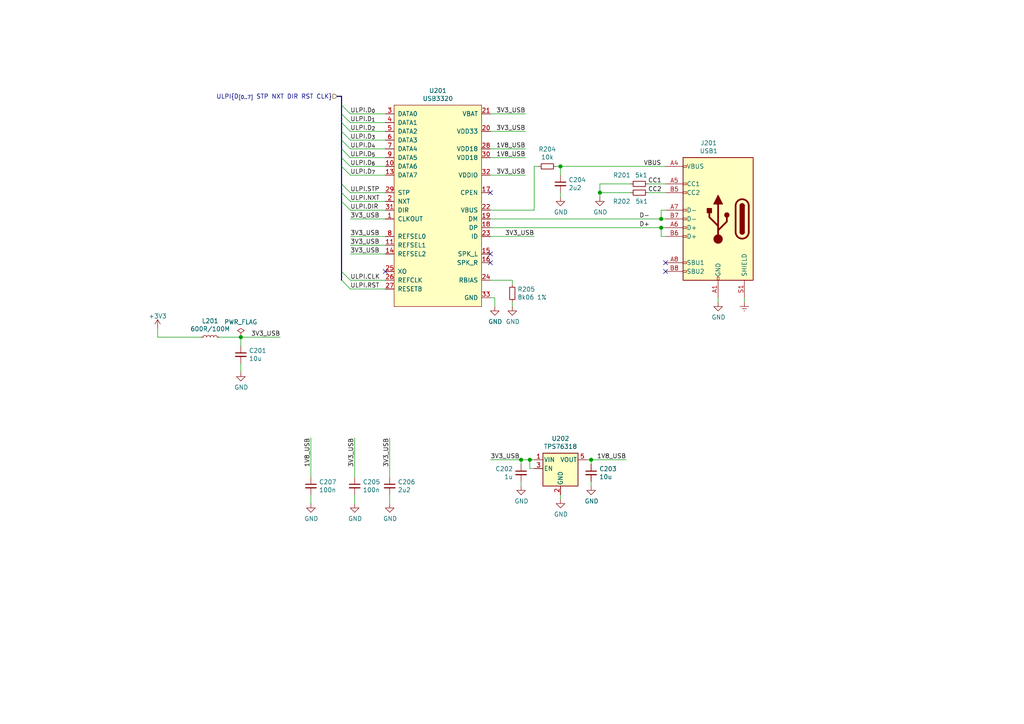
<source format=kicad_sch>
(kicad_sch (version 20211123) (generator eeschema)
  (paper "A4")
  (title_block (title "Mixer: FPGA board") (date "2021-03-28") (rev "1") (comment 1 "License: CC-BY-SA 4.0") (comment 2 "Author: Tobias Müller, twam.info"))
  (lib_symbols
    (symbol "Mainboard-rescue:C_Small-Device" (pin_numbers hide) (pin_names (offset 0.254) hide)
      (property "Reference" "C" (at 0.254 1.778 0))
      (property "Value" "C_Small-Device" (at 0.254 -2.032 0))
      (symbol "C_Small-Device_0_1"
        (polyline (pts (xy -1.524 -0.508) (xy 1.524 -0.508)) (stroke (width 0.3302)))
        (polyline (pts (xy -1.524 0.508) (xy 1.524 0.508)) (stroke (width 0.3048)))
      )
      (symbol "C_Small-Device_1_1"
        (pin passive line (at 0 2.54 270) (length 2.032) (name "~") (number "1"))
        (pin passive line (at 0 -2.54 90) (length 2.032) (name "~") (number "2"))
      )
    )
    (symbol "Mainboard-rescue:Earth-power" (power) (pin_names (offset 0))
      (symbol "Earth-power_0_1"
        (polyline (pts (xy -0.635 -1.905) (xy 0.635 -1.905)))
        (polyline (pts (xy -0.127 -2.54) (xy 0.127 -2.54)))
        (polyline (pts (xy 0 -1.27) (xy 0 0)))
        (polyline (pts (xy 1.27 -1.27) (xy -1.27 -1.27)))
      )
      (symbol "Earth-power_1_1"
        (pin power_in line (at 0 0 270) (length 0) hide (name "Earth") (number "1"))
      )
    )
    (symbol "Mainboard-rescue:GND-power" (power) (pin_names (offset 0))
      (property "Value" "GND-power" (at 0 -3.81 0))
      (symbol "GND-power_0_1"
        (polyline (pts (xy 0 0) (xy 0 -1.27) (xy 1.27 -1.27) (xy 0 -2.54) (xy -1.27 -1.27) (xy 0 -1.27)))
      )
      (symbol "GND-power_1_1"
        (pin power_in line (at 0 0 270) (length 0) hide (name "GND") (number "1"))
      )
    )
    (symbol "Mainboard-rescue:L_Small-Device" (pin_numbers hide) (pin_names (offset 0.254) hide)
      (property "Reference" "L" (at 0.762 1.016 0))
      (property "Value" "L_Small-Device" (at 0.762 -1.016 0))
      (symbol "L_Small-Device_0_1"
        (arc (start 0 -2.032) (mid 0.508 -1.524) (end 0 -1.016))
        (arc (start 0 -1.016) (mid 0.508 -0.508) (end 0 0))
        (arc (start 0 0) (mid 0.508 0.508) (end 0 1.016))
        (arc (start 0 1.016) (mid 0.508 1.524) (end 0 2.032))
      )
      (symbol "L_Small-Device_1_1"
        (pin passive line (at 0 2.54 270) (length 0.508) (name "~") (number "1"))
        (pin passive line (at 0 -2.54 90) (length 0.508) (name "~") (number "2"))
      )
    )
    (symbol "Mainboard-rescue:PWR_FLAG-power" (power) (pin_numbers hide) (pin_names (offset 0) hide)
      (property "Value" "PWR_FLAG-power" (at 0 3.81 0))
      (symbol "PWR_FLAG-power_0_0"
        (pin power_out line (at 0 0 90) (length 0) (name "pwr") (number "1"))
      )
      (symbol "PWR_FLAG-power_0_1"
        (polyline (pts (xy 0 0) (xy 0 1.27) (xy -1.016 1.905) (xy 0 2.54) (xy 1.016 1.905) (xy 0 1.27)))
      )
    )
    (symbol "Mainboard-rescue:R_Small-Device" (pin_numbers hide) (pin_names (offset 0.254) hide)
      (property "Reference" "R" (at 0.762 0.508 0))
      (property "Value" "R_Small-Device" (at 0.762 -1.016 0))
      (symbol "R_Small-Device_0_1"
        (rectangle (start -0.762 1.778) (end 0.762 -1.778) (stroke (width 0.2032)))
      )
      (symbol "R_Small-Device_1_1"
        (pin passive line (at 0 2.54 270) (length 0.762) (name "~") (number "1"))
        (pin passive line (at 0 -2.54 90) (length 0.762) (name "~") (number "2"))
      )
    )
    (symbol "Mainboard-rescue:TPS76318-Regulator_Linear" (pin_names (offset 0.254))
      (property "Reference" "U" (at -3.81 5.715 0))
      (property "Value" "TPS76318-Regulator_Linear" (at 0 5.715 0))
      (symbol "TPS76318-Regulator_Linear_0_1"
        (rectangle (start -5.08 4.445) (end 5.08 -5.08) (stroke (width 0.254)) (fill (type background)))
      )
      (symbol "TPS76318-Regulator_Linear_1_1"
        (pin power_in line (at -7.62 2.54 0) (length 2.54) (name "VIN") (number "1"))
        (pin power_in line (at 0 -7.62 90) (length 2.54) (name "GND") (number "2"))
        (pin input line (at -7.62 0 0) (length 2.54) (name "EN") (number "3"))
        (pin no_connect line (at 7.62 0 180) (length 2.54) hide (name "NC") (number "4"))
        (pin power_out line (at 7.62 2.54 180) (length 2.54) (name "VOUT") (number "5"))
      )
    )
    (symbol "Mainboard-rescue:USB3320-twam-Misc" (pin_names (offset 1.016))
      (property "Reference" "U" (at 0 31.75 0))
      (property "Value" "USB3320-twam-Misc" (at 0 -29.21 0))
      (symbol "USB3320-twam-Misc_0_1"
        (rectangle (start -12.7 30.48) (end 12.7 -27.94) (fill (type background)))
      )
      (symbol "USB3320-twam-Misc_1_1"
        (pin passive line (at -15.24 -2.54 0) (length 2.54) (name "CLKOUT") (number "1"))
        (pin bidirectional line (at -15.24 12.7 0) (length 2.54) (name "DATA6") (number "10"))
        (pin input line (at -15.24 -10.16 0) (length 2.54) (name "REFSEL1") (number "11"))
        (pin no_connect line (at -15.24 -25.4 0) (length 2.54) hide (name "~") (number "12"))
        (pin bidirectional line (at -15.24 10.16 0) (length 2.54) (name "DATA7") (number "13"))
        (pin input line (at -15.24 -12.7 0) (length 2.54) (name "REFSEL2") (number "14"))
        (pin bidirectional line (at 15.24 -12.7 180) (length 2.54) (name "SPK_L") (number "15"))
        (pin bidirectional line (at 15.24 -15.24 180) (length 2.54) (name "SPK_R") (number "16"))
        (pin output line (at 15.24 5.08 180) (length 2.54) (name "CPEN") (number "17"))
        (pin bidirectional line (at 15.24 -5.08 180) (length 2.54) (name "DP") (number "18"))
        (pin bidirectional line (at 15.24 -2.54 180) (length 2.54) (name "DM") (number "19"))
        (pin output line (at -15.24 2.54 0) (length 2.54) (name "NXT") (number "2"))
        (pin power_in line (at 15.24 22.86 180) (length 2.54) (name "VDD33") (number "20"))
        (pin power_in line (at 15.24 27.94 180) (length 2.54) (name "VBAT") (number "21"))
        (pin input line (at 15.24 0 180) (length 2.54) (name "VBUS") (number "22"))
        (pin input line (at 15.24 -7.62 180) (length 2.54) (name "ID") (number "23"))
        (pin passive line (at 15.24 -20.32 180) (length 2.54) (name "RBIAS") (number "24"))
        (pin output line (at -15.24 -17.78 0) (length 2.54) (name "XO") (number "25"))
        (pin input line (at -15.24 -20.32 0) (length 2.54) (name "REFCLK") (number "26"))
        (pin input line (at -15.24 -22.86 0) (length 2.54) (name "RESETB") (number "27"))
        (pin power_in line (at 15.24 17.78 180) (length 2.54) (name "VDD18") (number "28"))
        (pin input line (at -15.24 5.08 0) (length 2.54) (name "STP") (number "29"))
        (pin bidirectional line (at -15.24 27.94 0) (length 2.54) (name "DATA0") (number "3"))
        (pin power_in line (at 15.24 15.24 180) (length 2.54) (name "VDD18") (number "30"))
        (pin output line (at -15.24 0 0) (length 2.54) (name "DIR") (number "31"))
        (pin power_in line (at 15.24 10.16 180) (length 2.54) (name "VDDIO") (number "32"))
        (pin power_in line (at 15.24 -25.4 180) (length 2.54) (name "GND") (number "33"))
        (pin bidirectional line (at -15.24 25.4 0) (length 2.54) (name "DATA1") (number "4"))
        (pin bidirectional line (at -15.24 22.86 0) (length 2.54) (name "DATA2") (number "5"))
        (pin bidirectional line (at -15.24 20.32 0) (length 2.54) (name "DATA3") (number "6"))
        (pin bidirectional line (at -15.24 17.78 0) (length 2.54) (name "DATA4") (number "7"))
        (pin input line (at -15.24 -7.62 0) (length 2.54) (name "REFSEL0") (number "8"))
        (pin bidirectional line (at -15.24 15.24 0) (length 2.54) (name "DATA5") (number "9"))
      )
    )
    (symbol "Mainboard-rescue:USB_C_Receptacle_USB2.0-Connector" (pin_names (offset 1.016))
      (property "Reference" "J" (at -10.16 19.05 0))
      (property "Value" "USB_C_Receptacle_USB2.0-Connector" (at 19.05 19.05 0))
      (symbol "USB_C_Receptacle_USB2.0-Connector_0_0"
        (rectangle (start -0.254 -17.78) (end 0.254 -16.764))
        (rectangle (start 10.16 -14.986) (end 9.144 -15.494))
        (rectangle (start 10.16 -12.446) (end 9.144 -12.954))
        (rectangle (start 10.16 -4.826) (end 9.144 -5.334))
        (rectangle (start 10.16 -2.286) (end 9.144 -2.794))
        (rectangle (start 10.16 0.254) (end 9.144 -0.254))
        (rectangle (start 10.16 2.794) (end 9.144 2.286))
        (rectangle (start 10.16 7.874) (end 9.144 7.366))
        (rectangle (start 10.16 10.414) (end 9.144 9.906))
        (rectangle (start 10.16 15.494) (end 9.144 14.986))
      )
      (symbol "USB_C_Receptacle_USB2.0-Connector_0_1"
        (rectangle (start -10.16 17.78) (end 10.16 -17.78) (stroke (width 0.254)) (fill (type background)))
        (arc (start -8.89 -3.81) (mid -6.985 -5.715) (end -5.08 -3.81) (stroke (width 0.508)))
        (arc (start -7.62 -3.81) (mid -6.985 -4.445) (end -6.35 -3.81) (stroke (width 0.254)))
        (arc (start -7.62 -3.81) (mid -6.985 -4.445) (end -6.35 -3.81) (stroke (width 0.254)) (fill (type outline)))
        (rectangle (start -7.62 -3.81) (end -6.35 3.81) (stroke (width 0.254)) (fill (type outline)))
        (arc (start -6.35 3.81) (mid -6.985 4.445) (end -7.62 3.81) (stroke (width 0.254)))
        (arc (start -6.35 3.81) (mid -6.985 4.445) (end -7.62 3.81) (stroke (width 0.254)) (fill (type outline)))
        (arc (start -5.08 3.81) (mid -6.985 5.715) (end -8.89 3.81) (stroke (width 0.508)))
        (circle (center -2.54 1.143) (radius 0.635) (stroke (width 0.254)) (fill (type outline)))
        (circle (center 0 -5.842) (radius 1.27) (fill (type outline)))
        (polyline (pts (xy -8.89 -3.81) (xy -8.89 3.81)) (stroke (width 0.508)))
        (polyline (pts (xy -5.08 3.81) (xy -5.08 -3.81)) (stroke (width 0.508)))
        (polyline (pts (xy 0 -5.842) (xy 0 4.318)) (stroke (width 0.508)))
        (polyline (pts (xy 0 -3.302) (xy -2.54 -0.762) (xy -2.54 0.508)) (stroke (width 0.508)))
        (polyline (pts (xy 0 -2.032) (xy 2.54 0.508) (xy 2.54 1.778)) (stroke (width 0.508)))
        (polyline (pts (xy -1.27 4.318) (xy 0 6.858) (xy 1.27 4.318) (xy -1.27 4.318)) (stroke (width 0.254)) (fill (type outline)))
        (rectangle (start 1.905 1.778) (end 3.175 3.048) (stroke (width 0.254)) (fill (type outline)))
      )
      (symbol "USB_C_Receptacle_USB2.0-Connector_1_1"
        (pin passive line (at 0 -22.86 90) (length 5.08) (name "GND") (number "A1"))
        (pin passive line (at 0 -22.86 90) (length 5.08) hide (name "GND") (number "A12"))
        (pin passive line (at 15.24 15.24 180) (length 5.08) (name "VBUS") (number "A4"))
        (pin bidirectional line (at 15.24 10.16 180) (length 5.08) (name "CC1") (number "A5"))
        (pin bidirectional line (at 15.24 -2.54 180) (length 5.08) (name "D+") (number "A6"))
        (pin bidirectional line (at 15.24 2.54 180) (length 5.08) (name "D-") (number "A7"))
        (pin bidirectional line (at 15.24 -12.7 180) (length 5.08) (name "SBU1") (number "A8"))
        (pin passive line (at 15.24 15.24 180) (length 5.08) hide (name "VBUS") (number "A9"))
        (pin passive line (at 0 -22.86 90) (length 5.08) hide (name "GND") (number "B1"))
        (pin passive line (at 0 -22.86 90) (length 5.08) hide (name "GND") (number "B12"))
        (pin passive line (at 15.24 15.24 180) (length 5.08) hide (name "VBUS") (number "B4"))
        (pin bidirectional line (at 15.24 7.62 180) (length 5.08) (name "CC2") (number "B5"))
        (pin bidirectional line (at 15.24 -5.08 180) (length 5.08) (name "D+") (number "B6"))
        (pin bidirectional line (at 15.24 0 180) (length 5.08) (name "D-") (number "B7"))
        (pin bidirectional line (at 15.24 -15.24 180) (length 5.08) (name "SBU2") (number "B8"))
        (pin passive line (at 15.24 15.24 180) (length 5.08) hide (name "VBUS") (number "B9"))
        (pin passive line (at -7.62 -22.86 90) (length 5.08) (name "SHIELD") (number "S1"))
      )
    )
    (symbol "power:+3V3" (power) (pin_names (offset 0))
      (property "Value" "+3V3" (at 0 3.556 0))
      (symbol "+3V3_0_1"
        (polyline (pts (xy -0.762 1.27) (xy 0 2.54)))
        (polyline (pts (xy 0 0) (xy 0 2.54)))
        (polyline (pts (xy 0 2.54) (xy 0.762 1.27)))
      )
      (symbol "+3V3_1_1"
        (pin power_in line (at 0 0 90) (length 0) hide (name "+3V3") (number "1"))
      )
    )
  )
  (junction (at 69.85 97.79) (diameter 1.016))
  (junction (at 191.77 63.5) (diameter 1.016))
  (junction (at 151.13 133.35) (diameter 1.016))
  (junction (at 162.56 48.26) (diameter 1.016))
  (junction (at 191.77 66.04) (diameter 1.016))
  (junction (at 153.67 133.35) (diameter 1.016))
  (junction (at 173.99 55.88) (diameter 1.016))
  (junction (at 171.45 133.35) (diameter 1.016))
  (no_connect (at 142.24 55.88))
  (no_connect (at 111.76 78.74))
  (no_connect (at 193.04 78.74))
  (no_connect (at 142.24 73.66))
  (no_connect (at 193.04 76.2))
  (no_connect (at 142.24 76.2))
  (bus_entry (at 99.06 38.1) (size 2.54 2.54) (stroke (width 0.1524)))
  (bus_entry (at 99.06 45.72) (size 2.54 2.54) (stroke (width 0.1524)))
  (bus_entry (at 99.06 53.34) (size 2.54 2.54) (stroke (width 0.1524)))
  (bus_entry (at 99.06 35.56) (size 2.54 2.54) (stroke (width 0.1524)))
  (bus_entry (at 99.06 55.88) (size 2.54 2.54) (stroke (width 0.1524)))
  (bus_entry (at 99.06 81.28) (size 2.54 2.54) (stroke (width 0.1524)))
  (bus_entry (at 99.06 33.02) (size 2.54 2.54) (stroke (width 0.1524)))
  (bus_entry (at 99.06 30.48) (size 2.54 2.54) (stroke (width 0.1524)))
  (bus_entry (at 99.06 78.74) (size 2.54 2.54) (stroke (width 0.1524)))
  (bus_entry (at 99.06 58.42) (size 2.54 2.54) (stroke (width 0.1524)))
  (bus_entry (at 99.06 48.26) (size 2.54 2.54) (stroke (width 0.1524)))
  (bus_entry (at 99.06 40.64) (size 2.54 2.54) (stroke (width 0.1524)))
  (bus_entry (at 99.06 43.18) (size 2.54 2.54) (stroke (width 0.1524)))
  (wire (pts (xy 101.6 48.26) (xy 111.76 48.26)))
  (wire (pts (xy 191.77 68.58) (xy 191.77 66.04)))
  (wire (pts (xy 193.04 68.58) (xy 191.77 68.58)))
  (wire (pts (xy 191.77 66.04) (xy 193.04 66.04)))
  (wire (pts (xy 151.13 134.62) (xy 151.13 133.35)))
  (wire (pts (xy 142.24 50.8) (xy 152.4 50.8)))
  (wire (pts (xy 187.96 55.88) (xy 193.04 55.88)))
  (bus (pts (xy 99.06 78.74) (xy 99.06 81.28)))
  (wire (pts (xy 101.6 81.28) (xy 111.76 81.28)))
  (bus (pts (xy 99.06 58.42) (xy 99.06 78.74)))
  (wire (pts (xy 143.51 86.36) (xy 143.51 88.9)))
  (wire (pts (xy 171.45 140.97) (xy 171.45 139.7)))
  (wire (pts (xy 162.56 48.26) (xy 162.56 50.8)))
  (wire (pts (xy 101.6 50.8) (xy 111.76 50.8)))
  (wire (pts (xy 215.9 87.63) (xy 215.9 86.36)))
  (wire (pts (xy 142.24 86.36) (xy 143.51 86.36)))
  (bus (pts (xy 99.06 40.64) (xy 99.06 43.18)))
  (wire (pts (xy 142.24 33.02) (xy 152.4 33.02)))
  (wire (pts (xy 101.6 45.72) (xy 111.76 45.72)))
  (wire (pts (xy 102.87 127) (xy 102.87 138.43)))
  (wire (pts (xy 90.17 138.43) (xy 90.17 127)))
  (bus (pts (xy 97.79 27.94) (xy 99.06 27.94)))
  (bus (pts (xy 99.06 27.94) (xy 99.06 30.48)))
  (wire (pts (xy 148.59 81.28) (xy 148.59 82.55)))
  (bus (pts (xy 99.06 43.18) (xy 99.06 45.72)))
  (wire (pts (xy 101.6 58.42) (xy 111.76 58.42)))
  (wire (pts (xy 162.56 144.78) (xy 162.56 143.51)))
  (wire (pts (xy 153.67 133.35) (xy 154.94 133.35)))
  (bus (pts (xy 99.06 30.48) (xy 99.06 33.02)))
  (bus (pts (xy 99.06 33.02) (xy 99.06 35.56)))
  (wire (pts (xy 154.94 135.89) (xy 153.67 135.89)))
  (bus (pts (xy 99.06 48.26) (xy 99.06 53.34)))
  (wire (pts (xy 142.24 43.18) (xy 152.4 43.18)))
  (wire (pts (xy 113.03 146.05) (xy 113.03 143.51)))
  (wire (pts (xy 101.6 33.02) (xy 111.76 33.02)))
  (wire (pts (xy 208.28 87.63) (xy 208.28 86.36)))
  (wire (pts (xy 154.94 48.26) (xy 156.21 48.26)))
  (wire (pts (xy 154.94 60.96) (xy 154.94 48.26)))
  (wire (pts (xy 142.24 66.04) (xy 191.77 66.04)))
  (bus (pts (xy 99.06 38.1) (xy 99.06 40.64)))
  (wire (pts (xy 101.6 73.66) (xy 111.76 73.66)))
  (wire (pts (xy 45.72 97.79) (xy 45.72 95.25)))
  (wire (pts (xy 142.24 81.28) (xy 148.59 81.28)))
  (wire (pts (xy 153.67 133.35) (xy 151.13 133.35)))
  (wire (pts (xy 101.6 40.64) (xy 111.76 40.64)))
  (wire (pts (xy 69.85 107.95) (xy 69.85 105.41)))
  (wire (pts (xy 171.45 133.35) (xy 171.45 134.62)))
  (bus (pts (xy 99.06 45.72) (xy 99.06 48.26)))
  (bus (pts (xy 99.06 35.56) (xy 99.06 38.1)))
  (wire (pts (xy 173.99 55.88) (xy 182.88 55.88)))
  (wire (pts (xy 142.24 63.5) (xy 191.77 63.5)))
  (wire (pts (xy 142.24 38.1) (xy 152.4 38.1)))
  (wire (pts (xy 161.29 48.26) (xy 162.56 48.26)))
  (wire (pts (xy 171.45 133.35) (xy 181.61 133.35)))
  (wire (pts (xy 173.99 53.34) (xy 173.99 55.88)))
  (wire (pts (xy 173.99 55.88) (xy 173.99 57.15)))
  (wire (pts (xy 182.88 53.34) (xy 173.99 53.34)))
  (wire (pts (xy 111.76 71.12) (xy 101.6 71.12)))
  (wire (pts (xy 81.28 97.79) (xy 69.85 97.79)))
  (wire (pts (xy 101.6 35.56) (xy 111.76 35.56)))
  (wire (pts (xy 170.18 133.35) (xy 171.45 133.35)))
  (wire (pts (xy 45.72 97.79) (xy 58.42 97.79)))
  (wire (pts (xy 191.77 60.96) (xy 191.77 63.5)))
  (wire (pts (xy 193.04 60.96) (xy 191.77 60.96)))
  (wire (pts (xy 142.24 133.35) (xy 151.13 133.35)))
  (wire (pts (xy 101.6 83.82) (xy 111.76 83.82)))
  (wire (pts (xy 113.03 127) (xy 113.03 138.43)))
  (wire (pts (xy 142.24 60.96) (xy 154.94 60.96)))
  (wire (pts (xy 101.6 38.1) (xy 111.76 38.1)))
  (wire (pts (xy 162.56 48.26) (xy 193.04 48.26)))
  (wire (pts (xy 90.17 146.05) (xy 90.17 143.51)))
  (wire (pts (xy 154.94 68.58) (xy 142.24 68.58)))
  (wire (pts (xy 162.56 55.88) (xy 162.56 57.15)))
  (wire (pts (xy 187.96 53.34) (xy 193.04 53.34)))
  (wire (pts (xy 142.24 45.72) (xy 152.4 45.72)))
  (wire (pts (xy 101.6 68.58) (xy 111.76 68.58)))
  (wire (pts (xy 101.6 43.18) (xy 111.76 43.18)))
  (wire (pts (xy 69.85 97.79) (xy 69.85 100.33)))
  (wire (pts (xy 101.6 55.88) (xy 111.76 55.88)))
  (wire (pts (xy 191.77 63.5) (xy 193.04 63.5)))
  (wire (pts (xy 102.87 146.05) (xy 102.87 143.51)))
  (bus (pts (xy 99.06 55.88) (xy 99.06 58.42)))
  (wire (pts (xy 148.59 88.9) (xy 148.59 87.63)))
  (bus (pts (xy 99.06 53.34) (xy 99.06 55.88)))
  (wire (pts (xy 151.13 140.97) (xy 151.13 139.7)))
  (wire (pts (xy 101.6 60.96) (xy 111.76 60.96)))
  (wire (pts (xy 63.5 97.79) (xy 69.85 97.79)))
  (wire (pts (xy 101.6 63.5) (xy 111.76 63.5)))
  (wire (pts (xy 153.67 135.89) (xy 153.67 133.35)))
  (label "3V3_USB" (at 101.6 63.5 0))
  (label "ULPI.D_{6}" (at 101.6 48.26 0))
  (label "ULPI.D_{2}" (at 101.6 38.1 0))
  (label "VBUS" (at 186.69 48.26 0))
  (label "ULPI.STP" (at 101.6 55.88 0))
  (label "3V3_USB" (at 102.87 127 270))
  (label "1V8_USB" (at 152.4 45.72 180))
  (label "ULPI.D_{0}" (at 101.6 33.02 0))
  (label "3V3_USB" (at 81.28 97.79 180))
  (label "3V3_USB" (at 152.4 50.8 180))
  (label "D-" (at 185.42 63.5 0))
  (label "ULPI.D_{1}" (at 101.6 35.56 0))
  (label "ULPI.NXT" (at 101.6 58.42 0))
  (label "3V3_USB" (at 101.6 71.12 0))
  (label "ULPI.D_{4}" (at 101.6 43.18 0))
  (label "ULPI.CLK" (at 101.6 81.28 0))
  (label "ULPI.DIR" (at 101.6 60.96 0))
  (label "D+" (at 185.42 66.04 0))
  (label "3V3_USB" (at 152.4 38.1 180))
  (label "1V8_USB" (at 90.17 127 270))
  (label "1V8_USB" (at 181.61 133.35 180))
  (label "ULPI.RST" (at 101.6 83.82 0))
  (label "ULPI.D_{7}" (at 101.6 50.8 0))
  (label "3V3_USB" (at 142.24 133.35 0))
  (label "3V3_USB" (at 113.03 127 270))
  (label "1V8_USB" (at 152.4 43.18 180))
  (label "CC2" (at 187.96 55.88 0))
  (label "3V3_USB" (at 154.94 68.58 180))
  (label "ULPI.D_{5}" (at 101.6 45.72 0))
  (label "ULPI.D_{3}" (at 101.6 40.64 0))
  (label "CC1" (at 187.96 53.34 0))
  (label "3V3_USB" (at 101.6 68.58 0))
  (label "3V3_USB" (at 101.6 73.66 0))
  (label "3V3_USB" (at 152.4 33.02 180))
  (hierarchical_label "ULPI{D_{[0..7]} STP NXT DIR RST CLK}" (shape input) (at 97.79 27.94 180))
  (symbol (lib_id "Mainboard-rescue:R_Small-Device") (at 158.75 48.26 270)
    (property "Reference" "R204" (at 158.75 43.2816 90))
    (property "Value" "10k" (at 158.75 45.593 90))
    (property "Footprint" "Resistor_SMD:R_0402_1005Metric" (effects hide))
    (property "LCSC" "C25744" (effects hide))
  )
  (symbol (lib_id "Mainboard-rescue:C_Small-Device") (at 162.56 53.34 0)
    (property "Reference" "C204" (at 164.8968 52.1716 0) (effects (justify left)))
    (property "Value" "2u2" (at 164.8968 54.483 0) (effects (justify left)))
    (property "Footprint" "Capacitor_SMD:C_0603_1608Metric" (effects hide))
    (property "LCSC" "C23630" (effects hide))
  )
  (symbol (lib_id "Mainboard-rescue:GND-power") (at 162.56 57.15 0)
    (property "Reference" "#PWR0163" (effects hide))
    (property "Value" "GND" (at 162.687 61.5442 0))
  )
  (symbol (lib_id "Mainboard-rescue:USB3320-twam-Misc") (at 127 60.96 0)
    (property "Reference" "U201" (at 127 26.289 0))
    (property "Value" "USB3320" (at 127 28.6004 0))
    (property "Footprint" "Package_DFN_QFN:QFN-32-1EP_5x5mm_P0.5mm_EP3.3x3.3mm" (effects hide))
    (property "LCSC" "C132156" (effects hide))
  )
  (symbol (lib_id "Mainboard-rescue:GND-power") (at 143.51 88.9 0)
    (property "Reference" "#PWR0170" (effects hide))
    (property "Value" "GND" (at 143.637 93.2942 0))
  )
  (symbol (lib_id "Mainboard-rescue:R_Small-Device") (at 148.59 85.09 0)
    (property "Reference" "R205" (at 150.0886 83.9216 0) (effects (justify left)))
    (property "Value" "8k06 1%" (at 150.0886 86.233 0) (effects (justify left)))
    (property "Footprint" "Resistor_SMD:R_0603_1608Metric" (effects hide))
    (property "LCSC" "C23112" (effects hide))
  )
  (symbol (lib_id "Mainboard-rescue:GND-power") (at 148.59 88.9 0)
    (property "Reference" "#PWR0172" (effects hide))
    (property "Value" "GND" (at 148.717 93.2942 0))
  )
  (symbol (lib_id "Mainboard-rescue:C_Small-Device") (at 113.03 140.97 0)
    (property "Reference" "C206" (at 115.3668 139.8016 0) (effects (justify left)))
    (property "Value" "2u2" (at 115.3668 142.113 0) (effects (justify left)))
    (property "Footprint" "Capacitor_SMD:C_0603_1608Metric" (effects hide))
    (property "LCSC" "C23630" (effects hide))
  )
  (symbol (lib_id "Mainboard-rescue:C_Small-Device") (at 90.17 140.97 0)
    (property "Reference" "C207" (at 92.5068 139.8016 0) (effects (justify left)))
    (property "Value" "100n" (at 92.5068 142.113 0) (effects (justify left)))
    (property "Footprint" "Capacitor_SMD:C_0402_1005Metric" (effects hide))
    (property "LCSC" "C1525" (effects hide))
  )
  (symbol (lib_id "Mainboard-rescue:C_Small-Device") (at 102.87 140.97 0)
    (property "Reference" "C205" (at 105.2068 139.8016 0) (effects (justify left)))
    (property "Value" "100n" (at 105.2068 142.113 0) (effects (justify left)))
    (property "Footprint" "Capacitor_SMD:C_0402_1005Metric" (effects hide))
    (property "LCSC" "C1525" (effects hide))
  )
  (symbol (lib_id "Mainboard-rescue:GND-power") (at 102.87 146.05 0)
    (property "Reference" "#PWR0173" (effects hide))
    (property "Value" "GND" (at 102.997 150.4442 0))
  )
  (symbol (lib_id "Mainboard-rescue:GND-power") (at 113.03 146.05 0)
    (property "Reference" "#PWR0174" (effects hide))
    (property "Value" "GND" (at 113.157 150.4442 0))
  )
  (symbol (lib_id "Mainboard-rescue:TPS76318-Regulator_Linear") (at 162.56 135.89 0)
    (property "Reference" "U202" (at 162.56 127.2032 0))
    (property "Value" "TPS76318" (at 162.56 129.5146 0))
    (property "Footprint" "Package_TO_SOT_SMD:SOT-23-5" (effects hide))
    (property "Datasheet" "http://www.ti.com/lit/ds/symlink/tps763.pdf" (effects hide))
    (property "LCSC" "C7099" (effects hide))
  )
  (symbol (lib_id "Mainboard-rescue:C_Small-Device") (at 151.13 137.16 0) (mirror y)
    (property "Reference" "C202" (at 148.7932 135.9916 0) (effects (justify left)))
    (property "Value" "1u" (at 148.7932 138.303 0) (effects (justify left)))
    (property "Footprint" "Capacitor_SMD:C_0603_1608Metric" (effects hide))
    (property "LCSC" "C15849" (effects hide))
  )
  (symbol (lib_id "Mainboard-rescue:C_Small-Device") (at 171.45 137.16 0)
    (property "Reference" "C203" (at 173.7868 135.9916 0) (effects (justify left)))
    (property "Value" "10u" (at 173.7868 138.303 0) (effects (justify left)))
    (property "Footprint" "Capacitor_SMD:C_0603_1608Metric" (effects hide))
    (property "LCSC" "C19702" (effects hide))
  )
  (symbol (lib_id "Mainboard-rescue:USB_C_Receptacle_USB2.0-Connector") (at 208.28 63.5 0) (mirror y)
    (property "Reference" "J201" (at 205.5622 41.4782 0))
    (property "Value" "USB1" (at 205.5622 43.7896 0))
    (property "Footprint" "twam-Misc:USB_C_Receptacle_XKB_TYPE-C-31-M-12" (effects hide))
    (property "Datasheet" "https://www.usb.org/sites/default/files/documents/usb_type-c.zip" (effects hide))
    (property "LCSC" "C165948" (effects hide))
  )
  (symbol (lib_id "Mainboard-rescue:Earth-power") (at 215.9 87.63 0)
    (property "Reference" "#PWR0152" (effects hide))
    (property "Value" "Earth" (effects hide))
  )
  (symbol (lib_id "Mainboard-rescue:R_Small-Device") (at 185.42 53.34 90)
    (property "Reference" "R201" (at 177.8 50.8 90) (effects (justify right)))
    (property "Value" "5k1" (at 184.15 50.8 90) (effects (justify right)))
    (property "Footprint" "Resistor_SMD:R_0402_1005Metric" (effects hide))
    (property "LCSC" "C25905" (effects hide))
  )
  (symbol (lib_id "Mainboard-rescue:R_Small-Device") (at 185.42 55.88 90)
    (property "Reference" "R202" (at 182.88 58.42 90) (effects (justify left)))
    (property "Value" "5k1" (at 187.96 58.42 90) (effects (justify left)))
    (property "Footprint" "Resistor_SMD:R_0402_1005Metric" (effects hide))
    (property "LCSC" "C25905" (effects hide))
  )
  (symbol (lib_id "Mainboard-rescue:GND-power") (at 208.28 87.63 0)
    (property "Reference" "#PWR0158" (effects hide))
    (property "Value" "GND" (at 208.407 92.0242 0))
  )
  (symbol (lib_id "Mainboard-rescue:GND-power") (at 162.56 144.78 0)
    (property "Reference" "#PWR0175" (effects hide))
    (property "Value" "GND" (at 162.687 149.1742 0))
  )
  (symbol (lib_id "Mainboard-rescue:GND-power") (at 171.45 140.97 0)
    (property "Reference" "#PWR0176" (effects hide))
    (property "Value" "GND" (at 171.577 145.3642 0))
  )
  (symbol (lib_id "Mainboard-rescue:GND-power") (at 151.13 140.97 0)
    (property "Reference" "#PWR0177" (effects hide))
    (property "Value" "GND" (at 151.257 145.3642 0))
  )
  (symbol (lib_id "Mainboard-rescue:GND-power") (at 90.17 146.05 0)
    (property "Reference" "#PWR0178" (effects hide))
    (property "Value" "GND" (at 90.297 150.4442 0))
  )
  (symbol (lib_id "Mainboard-rescue:L_Small-Device") (at 60.96 97.79 90)
    (property "Reference" "L201" (at 60.96 93.091 90))
    (property "Value" "600R/100M" (at 60.96 95.4024 90))
    (property "Footprint" "Inductor_SMD:L_0805_2012Metric" (effects hide))
    (property "LCSC" "C1017" (effects hide))
  )
  (symbol (lib_id "Mainboard-rescue:C_Small-Device") (at 69.85 102.87 0)
    (property "Reference" "C201" (at 72.1868 101.7016 0) (effects (justify left)))
    (property "Value" "10u" (at 72.1868 104.013 0) (effects (justify left)))
    (property "Footprint" "Capacitor_SMD:C_0805_2012Metric" (effects hide))
    (property "LCSC" "C15850" (effects hide))
  )
  (symbol (lib_id "Mainboard-rescue:GND-power") (at 69.85 107.95 0)
    (property "Reference" "#PWR0180" (effects hide))
    (property "Value" "GND" (at 69.977 112.3442 0))
  )
  (symbol (lib_id "Mainboard-rescue:PWR_FLAG-power") (at 69.85 97.79 0)
    (property "Reference" "#FLG0102" (effects hide))
    (property "Value" "PWR_FLAG" (at 69.85 93.3958 0))
  )
  (symbol (lib_id "power:+3V3") (at 45.72 95.25 0)
    (property "Reference" "#PWR0156" (effects hide))
    (property "Value" "+3V3" (at 45.72 91.7026 0))
  )
  (symbol (lib_id "Mainboard-rescue:GND-power") (at 173.99 57.15 0)
    (property "Reference" "#PWR0193" (effects hide))
    (property "Value" "GND" (at 174.117 61.5442 0))
  )
)
</source>
